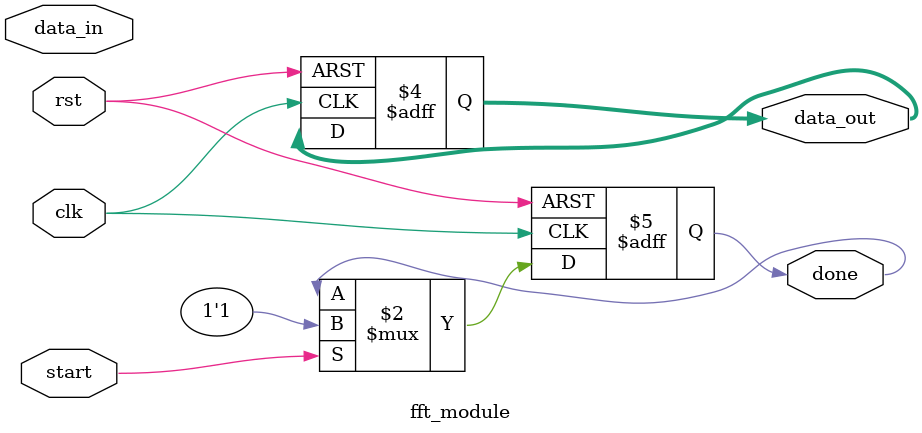
<source format=v>
module fft_module #(
    parameter DATA_WIDTH = 16,
    parameter FFT_POINTS = 1024
)(
    input clk,
    input rst,
    input start,
    input [DATA_WIDTH-1:0] data_in,
    output reg [DATA_WIDTH-1:0] data_out,
    output reg done
);
// Implementation of FFT logic would go here

always @(posedge clk or posedge rst)
begin
    if(rst)
    begin
        data_out <= 0;
        done <= 0;
    end
    else if(start)
    begin
        // Placeholder for actual FFT computation
        // This is where you'd implement the FFT algorithm using DATA_IN as input
        // For simplicity, this example just sets DONE to high when START is asserted.
        done <= 1;
    end
end

endmodule
</source>
